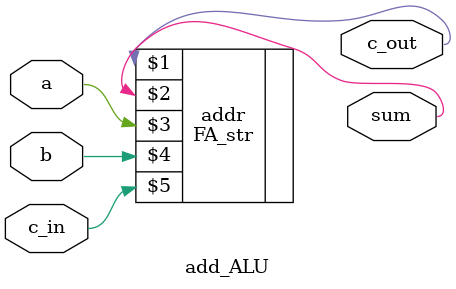
<source format=v>
`timescale 1ns / 1ps
module add_ALU(a, b, c_in, sum, c_out);
	
	
	input a, b;
	input c_in;
	output sum;
	output c_out;
	
	FA_str addr (c_out, sum, a, b, c_in);

endmodule

</source>
